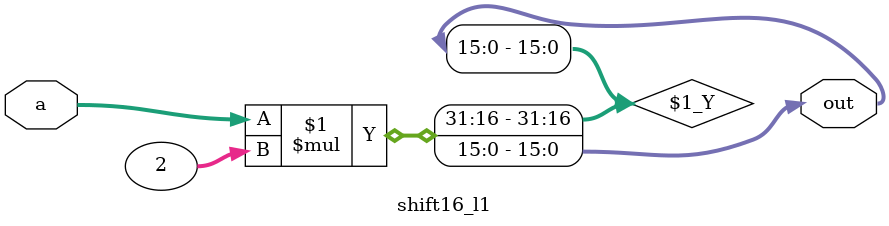
<source format=v>
module shift16_l1(
    input [15:0] a, // 输入a，2
    output [15:0] out // 输出sum
);

assign out = a * 2; // 逻辑左移

endmodule// 64位加法


</source>
